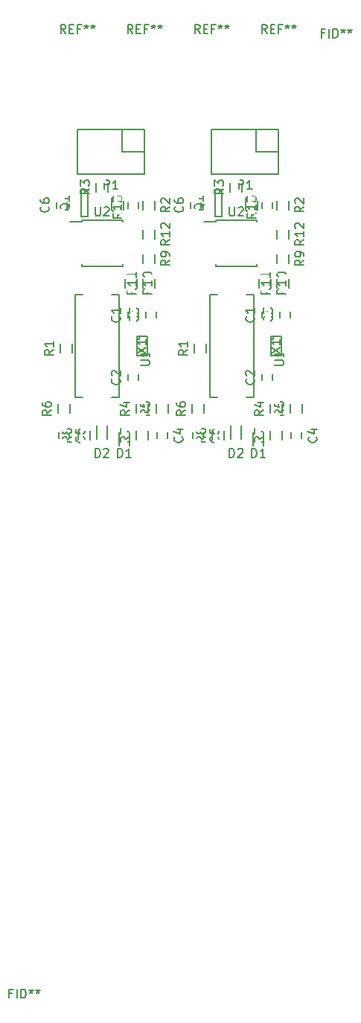
<source format=gbr>
G04 #@! TF.FileFunction,Legend,Top*
%FSLAX46Y46*%
G04 Gerber Fmt 4.6, Leading zero omitted, Abs format (unit mm)*
G04 Created by KiCad (PCBNEW (2015-04-12 BZR 5595)-product) date Mon 20 Apr 2015 09:24:05 PM EEST*
%MOMM*%
G01*
G04 APERTURE LIST*
%ADD10C,0.100000*%
%ADD11C,0.150000*%
%ADD12C,2.000000*%
%ADD13R,0.900000X0.500000*%
%ADD14R,0.750000X0.800000*%
%ADD15R,0.700000X0.600000*%
%ADD16R,1.727200X1.727200*%
%ADD17O,1.727200X1.727200*%
%ADD18R,2.100580X5.600700*%
%ADD19R,0.660400X0.406400*%
%ADD20R,0.914400X0.914400*%
%ADD21R,1.450000X0.450000*%
G04 APERTURE END LIST*
D10*
D11*
X117258400Y-61531286D02*
X117258400Y-62531286D01*
X115908400Y-62531286D02*
X115908400Y-61531286D01*
X125894400Y-68389286D02*
X125894400Y-69389286D01*
X124544400Y-69389286D02*
X124544400Y-68389286D01*
X128180400Y-68389286D02*
X128180400Y-69389286D01*
X126830400Y-69389286D02*
X126830400Y-68389286D01*
X117004400Y-68389286D02*
X117004400Y-69389286D01*
X115654400Y-69389286D02*
X115654400Y-68389286D01*
X125894400Y-71437286D02*
X125894400Y-72437286D01*
X124544400Y-72437286D02*
X124544400Y-71437286D01*
X119290400Y-71437286D02*
X119290400Y-72437286D01*
X117940400Y-72437286D02*
X117940400Y-71437286D01*
X123302400Y-55110000D02*
X123302400Y-54110000D01*
X124652400Y-54110000D02*
X124652400Y-55110000D01*
X126684400Y-54110000D02*
X126684400Y-55110000D01*
X125334400Y-55110000D02*
X125334400Y-54110000D01*
X123603400Y-58571286D02*
X123603400Y-57871286D01*
X124803400Y-57871286D02*
X124803400Y-58571286D01*
X125635400Y-58571286D02*
X125635400Y-57871286D01*
X126835400Y-57871286D02*
X126835400Y-58571286D01*
X123603400Y-65683286D02*
X123603400Y-64983286D01*
X124803400Y-64983286D02*
X124803400Y-65683286D01*
X128105400Y-71587286D02*
X128105400Y-72287286D01*
X126905400Y-72287286D02*
X126905400Y-71587286D01*
X116929400Y-71587286D02*
X116929400Y-72287286D01*
X115729400Y-72287286D02*
X115729400Y-71587286D01*
X121247400Y-72337286D02*
X121247400Y-70787286D01*
X120047400Y-72337286D02*
X120047400Y-70787286D01*
X122587400Y-71537286D02*
X122587400Y-73087286D01*
X123787400Y-71537286D02*
X123787400Y-73087286D01*
X125501400Y-39624000D02*
X122961400Y-39624000D01*
X122961400Y-39624000D02*
X122961400Y-37084000D01*
X125501400Y-37084000D02*
X117881400Y-37084000D01*
X117881400Y-37084000D02*
X117881400Y-42164000D01*
X117881400Y-42164000D02*
X122961400Y-42164000D01*
X125501400Y-37084000D02*
X125501400Y-39624000D01*
X125501400Y-42164000D02*
X125501400Y-39624000D01*
X122961400Y-42164000D02*
X125501400Y-42164000D01*
X117640040Y-55927666D02*
X117640040Y-67626906D01*
X122638760Y-67626906D02*
X122638760Y-55927666D01*
X117640040Y-67626906D02*
X118488400Y-67626906D01*
X122638760Y-67626906D02*
X121790400Y-67626906D01*
X117640040Y-55927666D02*
X118488400Y-55927666D01*
X122638760Y-55927666D02*
X121790400Y-55927666D01*
X124919400Y-60677286D02*
X124919400Y-60977286D01*
X124919400Y-60977286D02*
X124619400Y-60977286D01*
X124619400Y-62877286D02*
X125819400Y-62877286D01*
X125819400Y-60677286D02*
X124619400Y-60677286D01*
X124619400Y-60677286D02*
X124619400Y-62877286D01*
X125819400Y-62877286D02*
X125819400Y-60677286D01*
X125334400Y-52316000D02*
X125334400Y-51316000D01*
X126684400Y-51316000D02*
X126684400Y-52316000D01*
X121778400Y-46220000D02*
X121778400Y-45220000D01*
X123128400Y-45220000D02*
X123128400Y-46220000D01*
X125334400Y-46220000D02*
X125334400Y-45220000D01*
X126684400Y-45220000D02*
X126684400Y-46220000D01*
X125334400Y-49522000D02*
X125334400Y-48522000D01*
X126684400Y-48522000D02*
X126684400Y-49522000D01*
X118262400Y-46990000D02*
X118262400Y-43942000D01*
X118262400Y-43942000D02*
X119024400Y-43942000D01*
X119024400Y-43942000D02*
X119024400Y-46990000D01*
X119024400Y-46990000D02*
X118262400Y-46990000D01*
X115503400Y-46070000D02*
X115503400Y-45370000D01*
X116703400Y-45370000D02*
X116703400Y-46070000D01*
X123631400Y-46070000D02*
X123631400Y-45370000D01*
X124831400Y-45370000D02*
X124831400Y-46070000D01*
X121350400Y-43188000D02*
X121350400Y-44188000D01*
X120000400Y-44188000D02*
X120000400Y-43188000D01*
X118350400Y-47413000D02*
X118350400Y-47638000D01*
X123000400Y-47413000D02*
X123000400Y-47638000D01*
X123000400Y-52663000D02*
X123000400Y-52438000D01*
X118350400Y-52663000D02*
X118350400Y-52438000D01*
X118350400Y-47413000D02*
X123000400Y-47413000D01*
X118350400Y-52663000D02*
X123000400Y-52663000D01*
X118350400Y-47638000D02*
X117000400Y-47638000D01*
X103085000Y-47413000D02*
X103085000Y-47638000D01*
X107735000Y-47413000D02*
X107735000Y-47638000D01*
X107735000Y-52663000D02*
X107735000Y-52438000D01*
X103085000Y-52663000D02*
X103085000Y-52438000D01*
X103085000Y-47413000D02*
X107735000Y-47413000D01*
X103085000Y-52663000D02*
X107735000Y-52663000D01*
X103085000Y-47638000D02*
X101735000Y-47638000D01*
X106085000Y-43188000D02*
X106085000Y-44188000D01*
X104735000Y-44188000D02*
X104735000Y-43188000D01*
X108366000Y-46070000D02*
X108366000Y-45370000D01*
X109566000Y-45370000D02*
X109566000Y-46070000D01*
X100238000Y-46070000D02*
X100238000Y-45370000D01*
X101438000Y-45370000D02*
X101438000Y-46070000D01*
X102997000Y-46990000D02*
X102997000Y-43942000D01*
X102997000Y-43942000D02*
X103759000Y-43942000D01*
X103759000Y-43942000D02*
X103759000Y-46990000D01*
X103759000Y-46990000D02*
X102997000Y-46990000D01*
X110069000Y-49522000D02*
X110069000Y-48522000D01*
X111419000Y-48522000D02*
X111419000Y-49522000D01*
X110069000Y-46220000D02*
X110069000Y-45220000D01*
X111419000Y-45220000D02*
X111419000Y-46220000D01*
X106513000Y-46220000D02*
X106513000Y-45220000D01*
X107863000Y-45220000D02*
X107863000Y-46220000D01*
X110069000Y-52316000D02*
X110069000Y-51316000D01*
X111419000Y-51316000D02*
X111419000Y-52316000D01*
X109654000Y-60677286D02*
X109654000Y-60977286D01*
X109654000Y-60977286D02*
X109354000Y-60977286D01*
X109354000Y-62877286D02*
X110554000Y-62877286D01*
X110554000Y-60677286D02*
X109354000Y-60677286D01*
X109354000Y-60677286D02*
X109354000Y-62877286D01*
X110554000Y-62877286D02*
X110554000Y-60677286D01*
X102374640Y-55927666D02*
X102374640Y-67626906D01*
X107373360Y-67626906D02*
X107373360Y-55927666D01*
X102374640Y-67626906D02*
X103223000Y-67626906D01*
X107373360Y-67626906D02*
X106525000Y-67626906D01*
X102374640Y-55927666D02*
X103223000Y-55927666D01*
X107373360Y-55927666D02*
X106525000Y-55927666D01*
X110236000Y-39624000D02*
X107696000Y-39624000D01*
X107696000Y-39624000D02*
X107696000Y-37084000D01*
X110236000Y-37084000D02*
X102616000Y-37084000D01*
X102616000Y-37084000D02*
X102616000Y-42164000D01*
X102616000Y-42164000D02*
X107696000Y-42164000D01*
X110236000Y-37084000D02*
X110236000Y-39624000D01*
X110236000Y-42164000D02*
X110236000Y-39624000D01*
X107696000Y-42164000D02*
X110236000Y-42164000D01*
X107322000Y-71537286D02*
X107322000Y-73087286D01*
X108522000Y-71537286D02*
X108522000Y-73087286D01*
X105982000Y-72337286D02*
X105982000Y-70787286D01*
X104782000Y-72337286D02*
X104782000Y-70787286D01*
X101664000Y-71587286D02*
X101664000Y-72287286D01*
X100464000Y-72287286D02*
X100464000Y-71587286D01*
X112840000Y-71587286D02*
X112840000Y-72287286D01*
X111640000Y-72287286D02*
X111640000Y-71587286D01*
X108338000Y-65683286D02*
X108338000Y-64983286D01*
X109538000Y-64983286D02*
X109538000Y-65683286D01*
X110370000Y-58571286D02*
X110370000Y-57871286D01*
X111570000Y-57871286D02*
X111570000Y-58571286D01*
X108338000Y-58571286D02*
X108338000Y-57871286D01*
X109538000Y-57871286D02*
X109538000Y-58571286D01*
X111419000Y-54110000D02*
X111419000Y-55110000D01*
X110069000Y-55110000D02*
X110069000Y-54110000D01*
X108037000Y-55110000D02*
X108037000Y-54110000D01*
X109387000Y-54110000D02*
X109387000Y-55110000D01*
X104025000Y-71437286D02*
X104025000Y-72437286D01*
X102675000Y-72437286D02*
X102675000Y-71437286D01*
X110629000Y-71437286D02*
X110629000Y-72437286D01*
X109279000Y-72437286D02*
X109279000Y-71437286D01*
X101739000Y-68389286D02*
X101739000Y-69389286D01*
X100389000Y-69389286D02*
X100389000Y-68389286D01*
X112915000Y-68389286D02*
X112915000Y-69389286D01*
X111565000Y-69389286D02*
X111565000Y-68389286D01*
X110629000Y-68389286D02*
X110629000Y-69389286D01*
X109279000Y-69389286D02*
X109279000Y-68389286D01*
X101993000Y-61531286D02*
X101993000Y-62531286D01*
X100643000Y-62531286D02*
X100643000Y-61531286D01*
X130689838Y-26138831D02*
X130356504Y-26138831D01*
X130356504Y-26662641D02*
X130356504Y-25662641D01*
X130832695Y-25662641D01*
X131213647Y-26662641D02*
X131213647Y-25662641D01*
X131689837Y-26662641D02*
X131689837Y-25662641D01*
X131927932Y-25662641D01*
X132070790Y-25710260D01*
X132166028Y-25805498D01*
X132213647Y-25900736D01*
X132261266Y-26091212D01*
X132261266Y-26234070D01*
X132213647Y-26424546D01*
X132166028Y-26519784D01*
X132070790Y-26615022D01*
X131927932Y-26662641D01*
X131689837Y-26662641D01*
X132832694Y-25662641D02*
X132832694Y-25900736D01*
X132594599Y-25805498D02*
X132832694Y-25900736D01*
X133070790Y-25805498D01*
X132689837Y-26091212D02*
X132832694Y-25900736D01*
X132975552Y-26091212D01*
X133594599Y-25662641D02*
X133594599Y-25900736D01*
X133356504Y-25805498D02*
X133594599Y-25900736D01*
X133832695Y-25805498D01*
X133451742Y-26091212D02*
X133594599Y-25900736D01*
X133737457Y-26091212D01*
X95193338Y-135422331D02*
X94860004Y-135422331D01*
X94860004Y-135946141D02*
X94860004Y-134946141D01*
X95336195Y-134946141D01*
X95717147Y-135946141D02*
X95717147Y-134946141D01*
X96193337Y-135946141D02*
X96193337Y-134946141D01*
X96431432Y-134946141D01*
X96574290Y-134993760D01*
X96669528Y-135088998D01*
X96717147Y-135184236D01*
X96764766Y-135374712D01*
X96764766Y-135517570D01*
X96717147Y-135708046D01*
X96669528Y-135803284D01*
X96574290Y-135898522D01*
X96431432Y-135946141D01*
X96193337Y-135946141D01*
X97336194Y-134946141D02*
X97336194Y-135184236D01*
X97098099Y-135088998D02*
X97336194Y-135184236D01*
X97574290Y-135088998D01*
X97193337Y-135374712D02*
X97336194Y-135184236D01*
X97479052Y-135374712D01*
X98098099Y-134946141D02*
X98098099Y-135184236D01*
X97860004Y-135088998D02*
X98098099Y-135184236D01*
X98336195Y-135088998D01*
X97955242Y-135374712D02*
X98098099Y-135184236D01*
X98240957Y-135374712D01*
X115135781Y-62197952D02*
X114659590Y-62531286D01*
X115135781Y-62769381D02*
X114135781Y-62769381D01*
X114135781Y-62388428D01*
X114183400Y-62293190D01*
X114231019Y-62245571D01*
X114326257Y-62197952D01*
X114469114Y-62197952D01*
X114564352Y-62245571D01*
X114611971Y-62293190D01*
X114659590Y-62388428D01*
X114659590Y-62769381D01*
X115135781Y-61245571D02*
X115135781Y-61817000D01*
X115135781Y-61531286D02*
X114135781Y-61531286D01*
X114278638Y-61626524D01*
X114373876Y-61721762D01*
X114421495Y-61817000D01*
X123771781Y-69055952D02*
X123295590Y-69389286D01*
X123771781Y-69627381D02*
X122771781Y-69627381D01*
X122771781Y-69246428D01*
X122819400Y-69151190D01*
X122867019Y-69103571D01*
X122962257Y-69055952D01*
X123105114Y-69055952D01*
X123200352Y-69103571D01*
X123247971Y-69151190D01*
X123295590Y-69246428D01*
X123295590Y-69627381D01*
X123105114Y-68198809D02*
X123771781Y-68198809D01*
X122724162Y-68436905D02*
X123438448Y-68675000D01*
X123438448Y-68055952D01*
X126057781Y-69055952D02*
X125581590Y-69389286D01*
X126057781Y-69627381D02*
X125057781Y-69627381D01*
X125057781Y-69246428D01*
X125105400Y-69151190D01*
X125153019Y-69103571D01*
X125248257Y-69055952D01*
X125391114Y-69055952D01*
X125486352Y-69103571D01*
X125533971Y-69151190D01*
X125581590Y-69246428D01*
X125581590Y-69627381D01*
X125057781Y-68151190D02*
X125057781Y-68627381D01*
X125533971Y-68675000D01*
X125486352Y-68627381D01*
X125438733Y-68532143D01*
X125438733Y-68294047D01*
X125486352Y-68198809D01*
X125533971Y-68151190D01*
X125629210Y-68103571D01*
X125867305Y-68103571D01*
X125962543Y-68151190D01*
X126010162Y-68198809D01*
X126057781Y-68294047D01*
X126057781Y-68532143D01*
X126010162Y-68627381D01*
X125962543Y-68675000D01*
X114881781Y-69055952D02*
X114405590Y-69389286D01*
X114881781Y-69627381D02*
X113881781Y-69627381D01*
X113881781Y-69246428D01*
X113929400Y-69151190D01*
X113977019Y-69103571D01*
X114072257Y-69055952D01*
X114215114Y-69055952D01*
X114310352Y-69103571D01*
X114357971Y-69151190D01*
X114405590Y-69246428D01*
X114405590Y-69627381D01*
X113881781Y-68198809D02*
X113881781Y-68389286D01*
X113929400Y-68484524D01*
X113977019Y-68532143D01*
X114119876Y-68627381D01*
X114310352Y-68675000D01*
X114691305Y-68675000D01*
X114786543Y-68627381D01*
X114834162Y-68579762D01*
X114881781Y-68484524D01*
X114881781Y-68294047D01*
X114834162Y-68198809D01*
X114786543Y-68151190D01*
X114691305Y-68103571D01*
X114453210Y-68103571D01*
X114357971Y-68151190D01*
X114310352Y-68198809D01*
X114262733Y-68294047D01*
X114262733Y-68484524D01*
X114310352Y-68579762D01*
X114357971Y-68627381D01*
X114453210Y-68675000D01*
X123771781Y-72103952D02*
X123295590Y-72437286D01*
X123771781Y-72675381D02*
X122771781Y-72675381D01*
X122771781Y-72294428D01*
X122819400Y-72199190D01*
X122867019Y-72151571D01*
X122962257Y-72103952D01*
X123105114Y-72103952D01*
X123200352Y-72151571D01*
X123247971Y-72199190D01*
X123295590Y-72294428D01*
X123295590Y-72675381D01*
X122771781Y-71770619D02*
X122771781Y-71103952D01*
X123771781Y-71532524D01*
X117167781Y-72103952D02*
X116691590Y-72437286D01*
X117167781Y-72675381D02*
X116167781Y-72675381D01*
X116167781Y-72294428D01*
X116215400Y-72199190D01*
X116263019Y-72151571D01*
X116358257Y-72103952D01*
X116501114Y-72103952D01*
X116596352Y-72151571D01*
X116643971Y-72199190D01*
X116691590Y-72294428D01*
X116691590Y-72675381D01*
X116596352Y-71532524D02*
X116548733Y-71627762D01*
X116501114Y-71675381D01*
X116405876Y-71723000D01*
X116358257Y-71723000D01*
X116263019Y-71675381D01*
X116215400Y-71627762D01*
X116167781Y-71532524D01*
X116167781Y-71342047D01*
X116215400Y-71246809D01*
X116263019Y-71199190D01*
X116358257Y-71151571D01*
X116405876Y-71151571D01*
X116501114Y-71199190D01*
X116548733Y-71246809D01*
X116596352Y-71342047D01*
X116596352Y-71532524D01*
X116643971Y-71627762D01*
X116691590Y-71675381D01*
X116786829Y-71723000D01*
X116977305Y-71723000D01*
X117072543Y-71675381D01*
X117120162Y-71627762D01*
X117167781Y-71532524D01*
X117167781Y-71342047D01*
X117120162Y-71246809D01*
X117072543Y-71199190D01*
X116977305Y-71151571D01*
X116786829Y-71151571D01*
X116691590Y-71199190D01*
X116643971Y-71246809D01*
X116596352Y-71342047D01*
X126329781Y-55252857D02*
X125853590Y-55586191D01*
X126329781Y-55824286D02*
X125329781Y-55824286D01*
X125329781Y-55443333D01*
X125377400Y-55348095D01*
X125425019Y-55300476D01*
X125520257Y-55252857D01*
X125663114Y-55252857D01*
X125758352Y-55300476D01*
X125805971Y-55348095D01*
X125853590Y-55443333D01*
X125853590Y-55824286D01*
X126329781Y-54300476D02*
X126329781Y-54871905D01*
X126329781Y-54586191D02*
X125329781Y-54586191D01*
X125472638Y-54681429D01*
X125567876Y-54776667D01*
X125615495Y-54871905D01*
X125329781Y-53681429D02*
X125329781Y-53586190D01*
X125377400Y-53490952D01*
X125425019Y-53443333D01*
X125520257Y-53395714D01*
X125710733Y-53348095D01*
X125948829Y-53348095D01*
X126139305Y-53395714D01*
X126234543Y-53443333D01*
X126282162Y-53490952D01*
X126329781Y-53586190D01*
X126329781Y-53681429D01*
X126282162Y-53776667D01*
X126234543Y-53824286D01*
X126139305Y-53871905D01*
X125948829Y-53919524D01*
X125710733Y-53919524D01*
X125520257Y-53871905D01*
X125425019Y-53824286D01*
X125377400Y-53776667D01*
X125329781Y-53681429D01*
X124561781Y-55252857D02*
X124085590Y-55586191D01*
X124561781Y-55824286D02*
X123561781Y-55824286D01*
X123561781Y-55443333D01*
X123609400Y-55348095D01*
X123657019Y-55300476D01*
X123752257Y-55252857D01*
X123895114Y-55252857D01*
X123990352Y-55300476D01*
X124037971Y-55348095D01*
X124085590Y-55443333D01*
X124085590Y-55824286D01*
X124561781Y-54300476D02*
X124561781Y-54871905D01*
X124561781Y-54586191D02*
X123561781Y-54586191D01*
X123704638Y-54681429D01*
X123799876Y-54776667D01*
X123847495Y-54871905D01*
X124561781Y-53348095D02*
X124561781Y-53919524D01*
X124561781Y-53633810D02*
X123561781Y-53633810D01*
X123704638Y-53729048D01*
X123799876Y-53824286D01*
X123847495Y-53919524D01*
X122660543Y-58387952D02*
X122708162Y-58435571D01*
X122755781Y-58578428D01*
X122755781Y-58673666D01*
X122708162Y-58816524D01*
X122612924Y-58911762D01*
X122517686Y-58959381D01*
X122327210Y-59007000D01*
X122184352Y-59007000D01*
X121993876Y-58959381D01*
X121898638Y-58911762D01*
X121803400Y-58816524D01*
X121755781Y-58673666D01*
X121755781Y-58578428D01*
X121803400Y-58435571D01*
X121851019Y-58387952D01*
X122755781Y-57435571D02*
X122755781Y-58007000D01*
X122755781Y-57721286D02*
X121755781Y-57721286D01*
X121898638Y-57816524D01*
X121993876Y-57911762D01*
X122041495Y-58007000D01*
X124692543Y-58387952D02*
X124740162Y-58435571D01*
X124787781Y-58578428D01*
X124787781Y-58673666D01*
X124740162Y-58816524D01*
X124644924Y-58911762D01*
X124549686Y-58959381D01*
X124359210Y-59007000D01*
X124216352Y-59007000D01*
X124025876Y-58959381D01*
X123930638Y-58911762D01*
X123835400Y-58816524D01*
X123787781Y-58673666D01*
X123787781Y-58578428D01*
X123835400Y-58435571D01*
X123883019Y-58387952D01*
X123787781Y-58054619D02*
X123787781Y-57435571D01*
X124168733Y-57768905D01*
X124168733Y-57626047D01*
X124216352Y-57530809D01*
X124263971Y-57483190D01*
X124359210Y-57435571D01*
X124597305Y-57435571D01*
X124692543Y-57483190D01*
X124740162Y-57530809D01*
X124787781Y-57626047D01*
X124787781Y-57911762D01*
X124740162Y-58007000D01*
X124692543Y-58054619D01*
X122660543Y-65499952D02*
X122708162Y-65547571D01*
X122755781Y-65690428D01*
X122755781Y-65785666D01*
X122708162Y-65928524D01*
X122612924Y-66023762D01*
X122517686Y-66071381D01*
X122327210Y-66119000D01*
X122184352Y-66119000D01*
X121993876Y-66071381D01*
X121898638Y-66023762D01*
X121803400Y-65928524D01*
X121755781Y-65785666D01*
X121755781Y-65690428D01*
X121803400Y-65547571D01*
X121851019Y-65499952D01*
X121851019Y-65119000D02*
X121803400Y-65071381D01*
X121755781Y-64976143D01*
X121755781Y-64738047D01*
X121803400Y-64642809D01*
X121851019Y-64595190D01*
X121946257Y-64547571D01*
X122041495Y-64547571D01*
X122184352Y-64595190D01*
X122755781Y-65166619D01*
X122755781Y-64547571D01*
X129762543Y-72103952D02*
X129810162Y-72151571D01*
X129857781Y-72294428D01*
X129857781Y-72389666D01*
X129810162Y-72532524D01*
X129714924Y-72627762D01*
X129619686Y-72675381D01*
X129429210Y-72723000D01*
X129286352Y-72723000D01*
X129095876Y-72675381D01*
X129000638Y-72627762D01*
X128905400Y-72532524D01*
X128857781Y-72389666D01*
X128857781Y-72294428D01*
X128905400Y-72151571D01*
X128953019Y-72103952D01*
X129191114Y-71246809D02*
X129857781Y-71246809D01*
X128810162Y-71484905D02*
X129524448Y-71723000D01*
X129524448Y-71103952D01*
X118586543Y-72103952D02*
X118634162Y-72151571D01*
X118681781Y-72294428D01*
X118681781Y-72389666D01*
X118634162Y-72532524D01*
X118538924Y-72627762D01*
X118443686Y-72675381D01*
X118253210Y-72723000D01*
X118110352Y-72723000D01*
X117919876Y-72675381D01*
X117824638Y-72627762D01*
X117729400Y-72532524D01*
X117681781Y-72389666D01*
X117681781Y-72294428D01*
X117729400Y-72151571D01*
X117777019Y-72103952D01*
X117681781Y-71199190D02*
X117681781Y-71675381D01*
X118157971Y-71723000D01*
X118110352Y-71675381D01*
X118062733Y-71580143D01*
X118062733Y-71342047D01*
X118110352Y-71246809D01*
X118157971Y-71199190D01*
X118253210Y-71151571D01*
X118491305Y-71151571D01*
X118586543Y-71199190D01*
X118634162Y-71246809D01*
X118681781Y-71342047D01*
X118681781Y-71580143D01*
X118634162Y-71675381D01*
X118586543Y-71723000D01*
X119909305Y-74421667D02*
X119909305Y-73421667D01*
X120147400Y-73421667D01*
X120290258Y-73469286D01*
X120385496Y-73564524D01*
X120433115Y-73659762D01*
X120480734Y-73850238D01*
X120480734Y-73993096D01*
X120433115Y-74183572D01*
X120385496Y-74278810D01*
X120290258Y-74374048D01*
X120147400Y-74421667D01*
X119909305Y-74421667D01*
X120861686Y-73516905D02*
X120909305Y-73469286D01*
X121004543Y-73421667D01*
X121242639Y-73421667D01*
X121337877Y-73469286D01*
X121385496Y-73516905D01*
X121433115Y-73612143D01*
X121433115Y-73707381D01*
X121385496Y-73850238D01*
X120814067Y-74421667D01*
X121433115Y-74421667D01*
X122449305Y-74421667D02*
X122449305Y-73421667D01*
X122687400Y-73421667D01*
X122830258Y-73469286D01*
X122925496Y-73564524D01*
X122973115Y-73659762D01*
X123020734Y-73850238D01*
X123020734Y-73993096D01*
X122973115Y-74183572D01*
X122925496Y-74278810D01*
X122830258Y-74374048D01*
X122687400Y-74421667D01*
X122449305Y-74421667D01*
X123973115Y-74421667D02*
X123401686Y-74421667D01*
X123687400Y-74421667D02*
X123687400Y-73421667D01*
X123592162Y-73564524D01*
X123496924Y-73659762D01*
X123401686Y-73707381D01*
X120953305Y-43886381D02*
X120953305Y-42886381D01*
X121334258Y-42886381D01*
X121429496Y-42934000D01*
X121477115Y-42981619D01*
X121524734Y-43076857D01*
X121524734Y-43219714D01*
X121477115Y-43314952D01*
X121429496Y-43362571D01*
X121334258Y-43410190D01*
X120953305Y-43410190D01*
X122477115Y-43886381D02*
X121905686Y-43886381D01*
X122191400Y-43886381D02*
X122191400Y-42886381D01*
X122096162Y-43029238D01*
X122000924Y-43124476D01*
X121905686Y-43172095D01*
X124671781Y-62586810D02*
X125671781Y-61920143D01*
X124671781Y-61920143D02*
X125671781Y-62586810D01*
X125671781Y-61015381D02*
X125671781Y-61586810D01*
X125671781Y-61301096D02*
X124671781Y-61301096D01*
X124814638Y-61396334D01*
X124909876Y-61491572D01*
X124957495Y-61586810D01*
X125071781Y-63939191D02*
X125881305Y-63939191D01*
X125976543Y-63891572D01*
X126024162Y-63843953D01*
X126071781Y-63748715D01*
X126071781Y-63558238D01*
X126024162Y-63463000D01*
X125976543Y-63415381D01*
X125881305Y-63367762D01*
X125071781Y-63367762D01*
X126071781Y-62367762D02*
X126071781Y-62939191D01*
X126071781Y-62653477D02*
X125071781Y-62653477D01*
X125214638Y-62748715D01*
X125309876Y-62843953D01*
X125357495Y-62939191D01*
X128361781Y-51982666D02*
X127885590Y-52316000D01*
X128361781Y-52554095D02*
X127361781Y-52554095D01*
X127361781Y-52173142D01*
X127409400Y-52077904D01*
X127457019Y-52030285D01*
X127552257Y-51982666D01*
X127695114Y-51982666D01*
X127790352Y-52030285D01*
X127837971Y-52077904D01*
X127885590Y-52173142D01*
X127885590Y-52554095D01*
X128361781Y-51506476D02*
X128361781Y-51316000D01*
X128314162Y-51220761D01*
X128266543Y-51173142D01*
X128123686Y-51077904D01*
X127933210Y-51030285D01*
X127552257Y-51030285D01*
X127457019Y-51077904D01*
X127409400Y-51125523D01*
X127361781Y-51220761D01*
X127361781Y-51411238D01*
X127409400Y-51506476D01*
X127457019Y-51554095D01*
X127552257Y-51601714D01*
X127790352Y-51601714D01*
X127885590Y-51554095D01*
X127933210Y-51506476D01*
X127980829Y-51411238D01*
X127980829Y-51220761D01*
X127933210Y-51125523D01*
X127885590Y-51077904D01*
X127790352Y-51030285D01*
X122905781Y-46616857D02*
X122429590Y-46950191D01*
X122905781Y-47188286D02*
X121905781Y-47188286D01*
X121905781Y-46807333D01*
X121953400Y-46712095D01*
X122001019Y-46664476D01*
X122096257Y-46616857D01*
X122239114Y-46616857D01*
X122334352Y-46664476D01*
X122381971Y-46712095D01*
X122429590Y-46807333D01*
X122429590Y-47188286D01*
X122905781Y-45664476D02*
X122905781Y-46235905D01*
X122905781Y-45950191D02*
X121905781Y-45950191D01*
X122048638Y-46045429D01*
X122143876Y-46140667D01*
X122191495Y-46235905D01*
X121905781Y-45331143D02*
X121905781Y-44712095D01*
X122286733Y-45045429D01*
X122286733Y-44902571D01*
X122334352Y-44807333D01*
X122381971Y-44759714D01*
X122477210Y-44712095D01*
X122715305Y-44712095D01*
X122810543Y-44759714D01*
X122858162Y-44807333D01*
X122905781Y-44902571D01*
X122905781Y-45188286D01*
X122858162Y-45283524D01*
X122810543Y-45331143D01*
X128361781Y-45886666D02*
X127885590Y-46220000D01*
X128361781Y-46458095D02*
X127361781Y-46458095D01*
X127361781Y-46077142D01*
X127409400Y-45981904D01*
X127457019Y-45934285D01*
X127552257Y-45886666D01*
X127695114Y-45886666D01*
X127790352Y-45934285D01*
X127837971Y-45981904D01*
X127885590Y-46077142D01*
X127885590Y-46458095D01*
X127457019Y-45505714D02*
X127409400Y-45458095D01*
X127361781Y-45362857D01*
X127361781Y-45124761D01*
X127409400Y-45029523D01*
X127457019Y-44981904D01*
X127552257Y-44934285D01*
X127647495Y-44934285D01*
X127790352Y-44981904D01*
X128361781Y-45553333D01*
X128361781Y-44934285D01*
X128361781Y-49664857D02*
X127885590Y-49998191D01*
X128361781Y-50236286D02*
X127361781Y-50236286D01*
X127361781Y-49855333D01*
X127409400Y-49760095D01*
X127457019Y-49712476D01*
X127552257Y-49664857D01*
X127695114Y-49664857D01*
X127790352Y-49712476D01*
X127837971Y-49760095D01*
X127885590Y-49855333D01*
X127885590Y-50236286D01*
X128361781Y-48712476D02*
X128361781Y-49283905D01*
X128361781Y-48998191D02*
X127361781Y-48998191D01*
X127504638Y-49093429D01*
X127599876Y-49188667D01*
X127647495Y-49283905D01*
X127457019Y-48331524D02*
X127409400Y-48283905D01*
X127361781Y-48188667D01*
X127361781Y-47950571D01*
X127409400Y-47855333D01*
X127457019Y-47807714D01*
X127552257Y-47760095D01*
X127647495Y-47760095D01*
X127790352Y-47807714D01*
X128361781Y-48379143D01*
X128361781Y-47760095D01*
X117032019Y-45561238D02*
X116984400Y-45656476D01*
X116889162Y-45751714D01*
X116746305Y-45894571D01*
X116698686Y-45989810D01*
X116698686Y-46085048D01*
X116936781Y-46037429D02*
X116889162Y-46132667D01*
X116793924Y-46227905D01*
X116603448Y-46275524D01*
X116270114Y-46275524D01*
X116079638Y-46227905D01*
X115984400Y-46132667D01*
X115936781Y-46037429D01*
X115936781Y-45846952D01*
X115984400Y-45751714D01*
X116079638Y-45656476D01*
X116270114Y-45608857D01*
X116603448Y-45608857D01*
X116793924Y-45656476D01*
X116889162Y-45751714D01*
X116936781Y-45846952D01*
X116936781Y-46037429D01*
X116936781Y-44656476D02*
X116936781Y-45227905D01*
X116936781Y-44942191D02*
X115936781Y-44942191D01*
X116079638Y-45037429D01*
X116174876Y-45132667D01*
X116222495Y-45227905D01*
X114560543Y-45886666D02*
X114608162Y-45934285D01*
X114655781Y-46077142D01*
X114655781Y-46172380D01*
X114608162Y-46315238D01*
X114512924Y-46410476D01*
X114417686Y-46458095D01*
X114227210Y-46505714D01*
X114084352Y-46505714D01*
X113893876Y-46458095D01*
X113798638Y-46410476D01*
X113703400Y-46315238D01*
X113655781Y-46172380D01*
X113655781Y-46077142D01*
X113703400Y-45934285D01*
X113751019Y-45886666D01*
X113655781Y-45029523D02*
X113655781Y-45220000D01*
X113703400Y-45315238D01*
X113751019Y-45362857D01*
X113893876Y-45458095D01*
X114084352Y-45505714D01*
X114465305Y-45505714D01*
X114560543Y-45458095D01*
X114608162Y-45410476D01*
X114655781Y-45315238D01*
X114655781Y-45124761D01*
X114608162Y-45029523D01*
X114560543Y-44981904D01*
X114465305Y-44934285D01*
X114227210Y-44934285D01*
X114131971Y-44981904D01*
X114084352Y-45029523D01*
X114036733Y-45124761D01*
X114036733Y-45315238D01*
X114084352Y-45410476D01*
X114131971Y-45458095D01*
X114227210Y-45505714D01*
X122688543Y-45886666D02*
X122736162Y-45934285D01*
X122783781Y-46077142D01*
X122783781Y-46172380D01*
X122736162Y-46315238D01*
X122640924Y-46410476D01*
X122545686Y-46458095D01*
X122355210Y-46505714D01*
X122212352Y-46505714D01*
X122021876Y-46458095D01*
X121926638Y-46410476D01*
X121831400Y-46315238D01*
X121783781Y-46172380D01*
X121783781Y-46077142D01*
X121831400Y-45934285D01*
X121879019Y-45886666D01*
X121783781Y-45553333D02*
X121783781Y-44886666D01*
X122783781Y-45315238D01*
X119227781Y-43854666D02*
X118751590Y-44188000D01*
X119227781Y-44426095D02*
X118227781Y-44426095D01*
X118227781Y-44045142D01*
X118275400Y-43949904D01*
X118323019Y-43902285D01*
X118418257Y-43854666D01*
X118561114Y-43854666D01*
X118656352Y-43902285D01*
X118703971Y-43949904D01*
X118751590Y-44045142D01*
X118751590Y-44426095D01*
X118227781Y-43521333D02*
X118227781Y-42902285D01*
X118608733Y-43235619D01*
X118608733Y-43092761D01*
X118656352Y-42997523D01*
X118703971Y-42949904D01*
X118799210Y-42902285D01*
X119037305Y-42902285D01*
X119132543Y-42949904D01*
X119180162Y-42997523D01*
X119227781Y-43092761D01*
X119227781Y-43378476D01*
X119180162Y-43473714D01*
X119132543Y-43521333D01*
X124168067Y-26169881D02*
X123834733Y-25693690D01*
X123596638Y-26169881D02*
X123596638Y-25169881D01*
X123977591Y-25169881D01*
X124072829Y-25217500D01*
X124120448Y-25265119D01*
X124168067Y-25360357D01*
X124168067Y-25503214D01*
X124120448Y-25598452D01*
X124072829Y-25646071D01*
X123977591Y-25693690D01*
X123596638Y-25693690D01*
X124596638Y-25646071D02*
X124929972Y-25646071D01*
X125072829Y-26169881D02*
X124596638Y-26169881D01*
X124596638Y-25169881D01*
X125072829Y-25169881D01*
X125834734Y-25646071D02*
X125501400Y-25646071D01*
X125501400Y-26169881D02*
X125501400Y-25169881D01*
X125977591Y-25169881D01*
X126501400Y-25169881D02*
X126501400Y-25407976D01*
X126263305Y-25312738D02*
X126501400Y-25407976D01*
X126739496Y-25312738D01*
X126358543Y-25598452D02*
X126501400Y-25407976D01*
X126644258Y-25598452D01*
X127263305Y-25169881D02*
X127263305Y-25407976D01*
X127025210Y-25312738D02*
X127263305Y-25407976D01*
X127501401Y-25312738D01*
X127120448Y-25598452D02*
X127263305Y-25407976D01*
X127406163Y-25598452D01*
X116548067Y-26169881D02*
X116214733Y-25693690D01*
X115976638Y-26169881D02*
X115976638Y-25169881D01*
X116357591Y-25169881D01*
X116452829Y-25217500D01*
X116500448Y-25265119D01*
X116548067Y-25360357D01*
X116548067Y-25503214D01*
X116500448Y-25598452D01*
X116452829Y-25646071D01*
X116357591Y-25693690D01*
X115976638Y-25693690D01*
X116976638Y-25646071D02*
X117309972Y-25646071D01*
X117452829Y-26169881D02*
X116976638Y-26169881D01*
X116976638Y-25169881D01*
X117452829Y-25169881D01*
X118214734Y-25646071D02*
X117881400Y-25646071D01*
X117881400Y-26169881D02*
X117881400Y-25169881D01*
X118357591Y-25169881D01*
X118881400Y-25169881D02*
X118881400Y-25407976D01*
X118643305Y-25312738D02*
X118881400Y-25407976D01*
X119119496Y-25312738D01*
X118738543Y-25598452D02*
X118881400Y-25407976D01*
X119024258Y-25598452D01*
X119643305Y-25169881D02*
X119643305Y-25407976D01*
X119405210Y-25312738D02*
X119643305Y-25407976D01*
X119881401Y-25312738D01*
X119500448Y-25598452D02*
X119643305Y-25407976D01*
X119786163Y-25598452D01*
X119913495Y-45940381D02*
X119913495Y-46749905D01*
X119961114Y-46845143D01*
X120008733Y-46892762D01*
X120103971Y-46940381D01*
X120294448Y-46940381D01*
X120389686Y-46892762D01*
X120437305Y-46845143D01*
X120484924Y-46749905D01*
X120484924Y-45940381D01*
X120913495Y-46035619D02*
X120961114Y-45988000D01*
X121056352Y-45940381D01*
X121294448Y-45940381D01*
X121389686Y-45988000D01*
X121437305Y-46035619D01*
X121484924Y-46130857D01*
X121484924Y-46226095D01*
X121437305Y-46368952D01*
X120865876Y-46940381D01*
X121484924Y-46940381D01*
X104648095Y-45940381D02*
X104648095Y-46749905D01*
X104695714Y-46845143D01*
X104743333Y-46892762D01*
X104838571Y-46940381D01*
X105029048Y-46940381D01*
X105124286Y-46892762D01*
X105171905Y-46845143D01*
X105219524Y-46749905D01*
X105219524Y-45940381D01*
X105648095Y-46035619D02*
X105695714Y-45988000D01*
X105790952Y-45940381D01*
X106029048Y-45940381D01*
X106124286Y-45988000D01*
X106171905Y-46035619D01*
X106219524Y-46130857D01*
X106219524Y-46226095D01*
X106171905Y-46368952D01*
X105600476Y-46940381D01*
X106219524Y-46940381D01*
X101282667Y-26169881D02*
X100949333Y-25693690D01*
X100711238Y-26169881D02*
X100711238Y-25169881D01*
X101092191Y-25169881D01*
X101187429Y-25217500D01*
X101235048Y-25265119D01*
X101282667Y-25360357D01*
X101282667Y-25503214D01*
X101235048Y-25598452D01*
X101187429Y-25646071D01*
X101092191Y-25693690D01*
X100711238Y-25693690D01*
X101711238Y-25646071D02*
X102044572Y-25646071D01*
X102187429Y-26169881D02*
X101711238Y-26169881D01*
X101711238Y-25169881D01*
X102187429Y-25169881D01*
X102949334Y-25646071D02*
X102616000Y-25646071D01*
X102616000Y-26169881D02*
X102616000Y-25169881D01*
X103092191Y-25169881D01*
X103616000Y-25169881D02*
X103616000Y-25407976D01*
X103377905Y-25312738D02*
X103616000Y-25407976D01*
X103854096Y-25312738D01*
X103473143Y-25598452D02*
X103616000Y-25407976D01*
X103758858Y-25598452D01*
X104377905Y-25169881D02*
X104377905Y-25407976D01*
X104139810Y-25312738D02*
X104377905Y-25407976D01*
X104616001Y-25312738D01*
X104235048Y-25598452D02*
X104377905Y-25407976D01*
X104520763Y-25598452D01*
X108902667Y-26169881D02*
X108569333Y-25693690D01*
X108331238Y-26169881D02*
X108331238Y-25169881D01*
X108712191Y-25169881D01*
X108807429Y-25217500D01*
X108855048Y-25265119D01*
X108902667Y-25360357D01*
X108902667Y-25503214D01*
X108855048Y-25598452D01*
X108807429Y-25646071D01*
X108712191Y-25693690D01*
X108331238Y-25693690D01*
X109331238Y-25646071D02*
X109664572Y-25646071D01*
X109807429Y-26169881D02*
X109331238Y-26169881D01*
X109331238Y-25169881D01*
X109807429Y-25169881D01*
X110569334Y-25646071D02*
X110236000Y-25646071D01*
X110236000Y-26169881D02*
X110236000Y-25169881D01*
X110712191Y-25169881D01*
X111236000Y-25169881D02*
X111236000Y-25407976D01*
X110997905Y-25312738D02*
X111236000Y-25407976D01*
X111474096Y-25312738D01*
X111093143Y-25598452D02*
X111236000Y-25407976D01*
X111378858Y-25598452D01*
X111997905Y-25169881D02*
X111997905Y-25407976D01*
X111759810Y-25312738D02*
X111997905Y-25407976D01*
X112236001Y-25312738D01*
X111855048Y-25598452D02*
X111997905Y-25407976D01*
X112140763Y-25598452D01*
X103962381Y-43854666D02*
X103486190Y-44188000D01*
X103962381Y-44426095D02*
X102962381Y-44426095D01*
X102962381Y-44045142D01*
X103010000Y-43949904D01*
X103057619Y-43902285D01*
X103152857Y-43854666D01*
X103295714Y-43854666D01*
X103390952Y-43902285D01*
X103438571Y-43949904D01*
X103486190Y-44045142D01*
X103486190Y-44426095D01*
X102962381Y-43521333D02*
X102962381Y-42902285D01*
X103343333Y-43235619D01*
X103343333Y-43092761D01*
X103390952Y-42997523D01*
X103438571Y-42949904D01*
X103533810Y-42902285D01*
X103771905Y-42902285D01*
X103867143Y-42949904D01*
X103914762Y-42997523D01*
X103962381Y-43092761D01*
X103962381Y-43378476D01*
X103914762Y-43473714D01*
X103867143Y-43521333D01*
X107423143Y-45886666D02*
X107470762Y-45934285D01*
X107518381Y-46077142D01*
X107518381Y-46172380D01*
X107470762Y-46315238D01*
X107375524Y-46410476D01*
X107280286Y-46458095D01*
X107089810Y-46505714D01*
X106946952Y-46505714D01*
X106756476Y-46458095D01*
X106661238Y-46410476D01*
X106566000Y-46315238D01*
X106518381Y-46172380D01*
X106518381Y-46077142D01*
X106566000Y-45934285D01*
X106613619Y-45886666D01*
X106518381Y-45553333D02*
X106518381Y-44886666D01*
X107518381Y-45315238D01*
X99295143Y-45886666D02*
X99342762Y-45934285D01*
X99390381Y-46077142D01*
X99390381Y-46172380D01*
X99342762Y-46315238D01*
X99247524Y-46410476D01*
X99152286Y-46458095D01*
X98961810Y-46505714D01*
X98818952Y-46505714D01*
X98628476Y-46458095D01*
X98533238Y-46410476D01*
X98438000Y-46315238D01*
X98390381Y-46172380D01*
X98390381Y-46077142D01*
X98438000Y-45934285D01*
X98485619Y-45886666D01*
X98390381Y-45029523D02*
X98390381Y-45220000D01*
X98438000Y-45315238D01*
X98485619Y-45362857D01*
X98628476Y-45458095D01*
X98818952Y-45505714D01*
X99199905Y-45505714D01*
X99295143Y-45458095D01*
X99342762Y-45410476D01*
X99390381Y-45315238D01*
X99390381Y-45124761D01*
X99342762Y-45029523D01*
X99295143Y-44981904D01*
X99199905Y-44934285D01*
X98961810Y-44934285D01*
X98866571Y-44981904D01*
X98818952Y-45029523D01*
X98771333Y-45124761D01*
X98771333Y-45315238D01*
X98818952Y-45410476D01*
X98866571Y-45458095D01*
X98961810Y-45505714D01*
X101766619Y-45561238D02*
X101719000Y-45656476D01*
X101623762Y-45751714D01*
X101480905Y-45894571D01*
X101433286Y-45989810D01*
X101433286Y-46085048D01*
X101671381Y-46037429D02*
X101623762Y-46132667D01*
X101528524Y-46227905D01*
X101338048Y-46275524D01*
X101004714Y-46275524D01*
X100814238Y-46227905D01*
X100719000Y-46132667D01*
X100671381Y-46037429D01*
X100671381Y-45846952D01*
X100719000Y-45751714D01*
X100814238Y-45656476D01*
X101004714Y-45608857D01*
X101338048Y-45608857D01*
X101528524Y-45656476D01*
X101623762Y-45751714D01*
X101671381Y-45846952D01*
X101671381Y-46037429D01*
X101671381Y-44656476D02*
X101671381Y-45227905D01*
X101671381Y-44942191D02*
X100671381Y-44942191D01*
X100814238Y-45037429D01*
X100909476Y-45132667D01*
X100957095Y-45227905D01*
X113096381Y-49664857D02*
X112620190Y-49998191D01*
X113096381Y-50236286D02*
X112096381Y-50236286D01*
X112096381Y-49855333D01*
X112144000Y-49760095D01*
X112191619Y-49712476D01*
X112286857Y-49664857D01*
X112429714Y-49664857D01*
X112524952Y-49712476D01*
X112572571Y-49760095D01*
X112620190Y-49855333D01*
X112620190Y-50236286D01*
X113096381Y-48712476D02*
X113096381Y-49283905D01*
X113096381Y-48998191D02*
X112096381Y-48998191D01*
X112239238Y-49093429D01*
X112334476Y-49188667D01*
X112382095Y-49283905D01*
X112191619Y-48331524D02*
X112144000Y-48283905D01*
X112096381Y-48188667D01*
X112096381Y-47950571D01*
X112144000Y-47855333D01*
X112191619Y-47807714D01*
X112286857Y-47760095D01*
X112382095Y-47760095D01*
X112524952Y-47807714D01*
X113096381Y-48379143D01*
X113096381Y-47760095D01*
X113096381Y-45886666D02*
X112620190Y-46220000D01*
X113096381Y-46458095D02*
X112096381Y-46458095D01*
X112096381Y-46077142D01*
X112144000Y-45981904D01*
X112191619Y-45934285D01*
X112286857Y-45886666D01*
X112429714Y-45886666D01*
X112524952Y-45934285D01*
X112572571Y-45981904D01*
X112620190Y-46077142D01*
X112620190Y-46458095D01*
X112191619Y-45505714D02*
X112144000Y-45458095D01*
X112096381Y-45362857D01*
X112096381Y-45124761D01*
X112144000Y-45029523D01*
X112191619Y-44981904D01*
X112286857Y-44934285D01*
X112382095Y-44934285D01*
X112524952Y-44981904D01*
X113096381Y-45553333D01*
X113096381Y-44934285D01*
X107640381Y-46616857D02*
X107164190Y-46950191D01*
X107640381Y-47188286D02*
X106640381Y-47188286D01*
X106640381Y-46807333D01*
X106688000Y-46712095D01*
X106735619Y-46664476D01*
X106830857Y-46616857D01*
X106973714Y-46616857D01*
X107068952Y-46664476D01*
X107116571Y-46712095D01*
X107164190Y-46807333D01*
X107164190Y-47188286D01*
X107640381Y-45664476D02*
X107640381Y-46235905D01*
X107640381Y-45950191D02*
X106640381Y-45950191D01*
X106783238Y-46045429D01*
X106878476Y-46140667D01*
X106926095Y-46235905D01*
X106640381Y-45331143D02*
X106640381Y-44712095D01*
X107021333Y-45045429D01*
X107021333Y-44902571D01*
X107068952Y-44807333D01*
X107116571Y-44759714D01*
X107211810Y-44712095D01*
X107449905Y-44712095D01*
X107545143Y-44759714D01*
X107592762Y-44807333D01*
X107640381Y-44902571D01*
X107640381Y-45188286D01*
X107592762Y-45283524D01*
X107545143Y-45331143D01*
X113096381Y-51982666D02*
X112620190Y-52316000D01*
X113096381Y-52554095D02*
X112096381Y-52554095D01*
X112096381Y-52173142D01*
X112144000Y-52077904D01*
X112191619Y-52030285D01*
X112286857Y-51982666D01*
X112429714Y-51982666D01*
X112524952Y-52030285D01*
X112572571Y-52077904D01*
X112620190Y-52173142D01*
X112620190Y-52554095D01*
X113096381Y-51506476D02*
X113096381Y-51316000D01*
X113048762Y-51220761D01*
X113001143Y-51173142D01*
X112858286Y-51077904D01*
X112667810Y-51030285D01*
X112286857Y-51030285D01*
X112191619Y-51077904D01*
X112144000Y-51125523D01*
X112096381Y-51220761D01*
X112096381Y-51411238D01*
X112144000Y-51506476D01*
X112191619Y-51554095D01*
X112286857Y-51601714D01*
X112524952Y-51601714D01*
X112620190Y-51554095D01*
X112667810Y-51506476D01*
X112715429Y-51411238D01*
X112715429Y-51220761D01*
X112667810Y-51125523D01*
X112620190Y-51077904D01*
X112524952Y-51030285D01*
X109806381Y-63939191D02*
X110615905Y-63939191D01*
X110711143Y-63891572D01*
X110758762Y-63843953D01*
X110806381Y-63748715D01*
X110806381Y-63558238D01*
X110758762Y-63463000D01*
X110711143Y-63415381D01*
X110615905Y-63367762D01*
X109806381Y-63367762D01*
X110806381Y-62367762D02*
X110806381Y-62939191D01*
X110806381Y-62653477D02*
X109806381Y-62653477D01*
X109949238Y-62748715D01*
X110044476Y-62843953D01*
X110092095Y-62939191D01*
X109406381Y-62586810D02*
X110406381Y-61920143D01*
X109406381Y-61920143D02*
X110406381Y-62586810D01*
X110406381Y-61015381D02*
X110406381Y-61586810D01*
X110406381Y-61301096D02*
X109406381Y-61301096D01*
X109549238Y-61396334D01*
X109644476Y-61491572D01*
X109692095Y-61586810D01*
X105687905Y-43886381D02*
X105687905Y-42886381D01*
X106068858Y-42886381D01*
X106164096Y-42934000D01*
X106211715Y-42981619D01*
X106259334Y-43076857D01*
X106259334Y-43219714D01*
X106211715Y-43314952D01*
X106164096Y-43362571D01*
X106068858Y-43410190D01*
X105687905Y-43410190D01*
X107211715Y-43886381D02*
X106640286Y-43886381D01*
X106926000Y-43886381D02*
X106926000Y-42886381D01*
X106830762Y-43029238D01*
X106735524Y-43124476D01*
X106640286Y-43172095D01*
X107183905Y-74421667D02*
X107183905Y-73421667D01*
X107422000Y-73421667D01*
X107564858Y-73469286D01*
X107660096Y-73564524D01*
X107707715Y-73659762D01*
X107755334Y-73850238D01*
X107755334Y-73993096D01*
X107707715Y-74183572D01*
X107660096Y-74278810D01*
X107564858Y-74374048D01*
X107422000Y-74421667D01*
X107183905Y-74421667D01*
X108707715Y-74421667D02*
X108136286Y-74421667D01*
X108422000Y-74421667D02*
X108422000Y-73421667D01*
X108326762Y-73564524D01*
X108231524Y-73659762D01*
X108136286Y-73707381D01*
X104643905Y-74421667D02*
X104643905Y-73421667D01*
X104882000Y-73421667D01*
X105024858Y-73469286D01*
X105120096Y-73564524D01*
X105167715Y-73659762D01*
X105215334Y-73850238D01*
X105215334Y-73993096D01*
X105167715Y-74183572D01*
X105120096Y-74278810D01*
X105024858Y-74374048D01*
X104882000Y-74421667D01*
X104643905Y-74421667D01*
X105596286Y-73516905D02*
X105643905Y-73469286D01*
X105739143Y-73421667D01*
X105977239Y-73421667D01*
X106072477Y-73469286D01*
X106120096Y-73516905D01*
X106167715Y-73612143D01*
X106167715Y-73707381D01*
X106120096Y-73850238D01*
X105548667Y-74421667D01*
X106167715Y-74421667D01*
X103321143Y-72103952D02*
X103368762Y-72151571D01*
X103416381Y-72294428D01*
X103416381Y-72389666D01*
X103368762Y-72532524D01*
X103273524Y-72627762D01*
X103178286Y-72675381D01*
X102987810Y-72723000D01*
X102844952Y-72723000D01*
X102654476Y-72675381D01*
X102559238Y-72627762D01*
X102464000Y-72532524D01*
X102416381Y-72389666D01*
X102416381Y-72294428D01*
X102464000Y-72151571D01*
X102511619Y-72103952D01*
X102416381Y-71199190D02*
X102416381Y-71675381D01*
X102892571Y-71723000D01*
X102844952Y-71675381D01*
X102797333Y-71580143D01*
X102797333Y-71342047D01*
X102844952Y-71246809D01*
X102892571Y-71199190D01*
X102987810Y-71151571D01*
X103225905Y-71151571D01*
X103321143Y-71199190D01*
X103368762Y-71246809D01*
X103416381Y-71342047D01*
X103416381Y-71580143D01*
X103368762Y-71675381D01*
X103321143Y-71723000D01*
X114497143Y-72103952D02*
X114544762Y-72151571D01*
X114592381Y-72294428D01*
X114592381Y-72389666D01*
X114544762Y-72532524D01*
X114449524Y-72627762D01*
X114354286Y-72675381D01*
X114163810Y-72723000D01*
X114020952Y-72723000D01*
X113830476Y-72675381D01*
X113735238Y-72627762D01*
X113640000Y-72532524D01*
X113592381Y-72389666D01*
X113592381Y-72294428D01*
X113640000Y-72151571D01*
X113687619Y-72103952D01*
X113925714Y-71246809D02*
X114592381Y-71246809D01*
X113544762Y-71484905D02*
X114259048Y-71723000D01*
X114259048Y-71103952D01*
X107395143Y-65499952D02*
X107442762Y-65547571D01*
X107490381Y-65690428D01*
X107490381Y-65785666D01*
X107442762Y-65928524D01*
X107347524Y-66023762D01*
X107252286Y-66071381D01*
X107061810Y-66119000D01*
X106918952Y-66119000D01*
X106728476Y-66071381D01*
X106633238Y-66023762D01*
X106538000Y-65928524D01*
X106490381Y-65785666D01*
X106490381Y-65690428D01*
X106538000Y-65547571D01*
X106585619Y-65499952D01*
X106585619Y-65119000D02*
X106538000Y-65071381D01*
X106490381Y-64976143D01*
X106490381Y-64738047D01*
X106538000Y-64642809D01*
X106585619Y-64595190D01*
X106680857Y-64547571D01*
X106776095Y-64547571D01*
X106918952Y-64595190D01*
X107490381Y-65166619D01*
X107490381Y-64547571D01*
X109427143Y-58387952D02*
X109474762Y-58435571D01*
X109522381Y-58578428D01*
X109522381Y-58673666D01*
X109474762Y-58816524D01*
X109379524Y-58911762D01*
X109284286Y-58959381D01*
X109093810Y-59007000D01*
X108950952Y-59007000D01*
X108760476Y-58959381D01*
X108665238Y-58911762D01*
X108570000Y-58816524D01*
X108522381Y-58673666D01*
X108522381Y-58578428D01*
X108570000Y-58435571D01*
X108617619Y-58387952D01*
X108522381Y-58054619D02*
X108522381Y-57435571D01*
X108903333Y-57768905D01*
X108903333Y-57626047D01*
X108950952Y-57530809D01*
X108998571Y-57483190D01*
X109093810Y-57435571D01*
X109331905Y-57435571D01*
X109427143Y-57483190D01*
X109474762Y-57530809D01*
X109522381Y-57626047D01*
X109522381Y-57911762D01*
X109474762Y-58007000D01*
X109427143Y-58054619D01*
X107395143Y-58387952D02*
X107442762Y-58435571D01*
X107490381Y-58578428D01*
X107490381Y-58673666D01*
X107442762Y-58816524D01*
X107347524Y-58911762D01*
X107252286Y-58959381D01*
X107061810Y-59007000D01*
X106918952Y-59007000D01*
X106728476Y-58959381D01*
X106633238Y-58911762D01*
X106538000Y-58816524D01*
X106490381Y-58673666D01*
X106490381Y-58578428D01*
X106538000Y-58435571D01*
X106585619Y-58387952D01*
X107490381Y-57435571D02*
X107490381Y-58007000D01*
X107490381Y-57721286D02*
X106490381Y-57721286D01*
X106633238Y-57816524D01*
X106728476Y-57911762D01*
X106776095Y-58007000D01*
X109296381Y-55252857D02*
X108820190Y-55586191D01*
X109296381Y-55824286D02*
X108296381Y-55824286D01*
X108296381Y-55443333D01*
X108344000Y-55348095D01*
X108391619Y-55300476D01*
X108486857Y-55252857D01*
X108629714Y-55252857D01*
X108724952Y-55300476D01*
X108772571Y-55348095D01*
X108820190Y-55443333D01*
X108820190Y-55824286D01*
X109296381Y-54300476D02*
X109296381Y-54871905D01*
X109296381Y-54586191D02*
X108296381Y-54586191D01*
X108439238Y-54681429D01*
X108534476Y-54776667D01*
X108582095Y-54871905D01*
X109296381Y-53348095D02*
X109296381Y-53919524D01*
X109296381Y-53633810D02*
X108296381Y-53633810D01*
X108439238Y-53729048D01*
X108534476Y-53824286D01*
X108582095Y-53919524D01*
X111064381Y-55252857D02*
X110588190Y-55586191D01*
X111064381Y-55824286D02*
X110064381Y-55824286D01*
X110064381Y-55443333D01*
X110112000Y-55348095D01*
X110159619Y-55300476D01*
X110254857Y-55252857D01*
X110397714Y-55252857D01*
X110492952Y-55300476D01*
X110540571Y-55348095D01*
X110588190Y-55443333D01*
X110588190Y-55824286D01*
X111064381Y-54300476D02*
X111064381Y-54871905D01*
X111064381Y-54586191D02*
X110064381Y-54586191D01*
X110207238Y-54681429D01*
X110302476Y-54776667D01*
X110350095Y-54871905D01*
X110064381Y-53681429D02*
X110064381Y-53586190D01*
X110112000Y-53490952D01*
X110159619Y-53443333D01*
X110254857Y-53395714D01*
X110445333Y-53348095D01*
X110683429Y-53348095D01*
X110873905Y-53395714D01*
X110969143Y-53443333D01*
X111016762Y-53490952D01*
X111064381Y-53586190D01*
X111064381Y-53681429D01*
X111016762Y-53776667D01*
X110969143Y-53824286D01*
X110873905Y-53871905D01*
X110683429Y-53919524D01*
X110445333Y-53919524D01*
X110254857Y-53871905D01*
X110159619Y-53824286D01*
X110112000Y-53776667D01*
X110064381Y-53681429D01*
X101902381Y-72103952D02*
X101426190Y-72437286D01*
X101902381Y-72675381D02*
X100902381Y-72675381D01*
X100902381Y-72294428D01*
X100950000Y-72199190D01*
X100997619Y-72151571D01*
X101092857Y-72103952D01*
X101235714Y-72103952D01*
X101330952Y-72151571D01*
X101378571Y-72199190D01*
X101426190Y-72294428D01*
X101426190Y-72675381D01*
X101330952Y-71532524D02*
X101283333Y-71627762D01*
X101235714Y-71675381D01*
X101140476Y-71723000D01*
X101092857Y-71723000D01*
X100997619Y-71675381D01*
X100950000Y-71627762D01*
X100902381Y-71532524D01*
X100902381Y-71342047D01*
X100950000Y-71246809D01*
X100997619Y-71199190D01*
X101092857Y-71151571D01*
X101140476Y-71151571D01*
X101235714Y-71199190D01*
X101283333Y-71246809D01*
X101330952Y-71342047D01*
X101330952Y-71532524D01*
X101378571Y-71627762D01*
X101426190Y-71675381D01*
X101521429Y-71723000D01*
X101711905Y-71723000D01*
X101807143Y-71675381D01*
X101854762Y-71627762D01*
X101902381Y-71532524D01*
X101902381Y-71342047D01*
X101854762Y-71246809D01*
X101807143Y-71199190D01*
X101711905Y-71151571D01*
X101521429Y-71151571D01*
X101426190Y-71199190D01*
X101378571Y-71246809D01*
X101330952Y-71342047D01*
X108506381Y-72103952D02*
X108030190Y-72437286D01*
X108506381Y-72675381D02*
X107506381Y-72675381D01*
X107506381Y-72294428D01*
X107554000Y-72199190D01*
X107601619Y-72151571D01*
X107696857Y-72103952D01*
X107839714Y-72103952D01*
X107934952Y-72151571D01*
X107982571Y-72199190D01*
X108030190Y-72294428D01*
X108030190Y-72675381D01*
X107506381Y-71770619D02*
X107506381Y-71103952D01*
X108506381Y-71532524D01*
X99616381Y-69055952D02*
X99140190Y-69389286D01*
X99616381Y-69627381D02*
X98616381Y-69627381D01*
X98616381Y-69246428D01*
X98664000Y-69151190D01*
X98711619Y-69103571D01*
X98806857Y-69055952D01*
X98949714Y-69055952D01*
X99044952Y-69103571D01*
X99092571Y-69151190D01*
X99140190Y-69246428D01*
X99140190Y-69627381D01*
X98616381Y-68198809D02*
X98616381Y-68389286D01*
X98664000Y-68484524D01*
X98711619Y-68532143D01*
X98854476Y-68627381D01*
X99044952Y-68675000D01*
X99425905Y-68675000D01*
X99521143Y-68627381D01*
X99568762Y-68579762D01*
X99616381Y-68484524D01*
X99616381Y-68294047D01*
X99568762Y-68198809D01*
X99521143Y-68151190D01*
X99425905Y-68103571D01*
X99187810Y-68103571D01*
X99092571Y-68151190D01*
X99044952Y-68198809D01*
X98997333Y-68294047D01*
X98997333Y-68484524D01*
X99044952Y-68579762D01*
X99092571Y-68627381D01*
X99187810Y-68675000D01*
X110792381Y-69055952D02*
X110316190Y-69389286D01*
X110792381Y-69627381D02*
X109792381Y-69627381D01*
X109792381Y-69246428D01*
X109840000Y-69151190D01*
X109887619Y-69103571D01*
X109982857Y-69055952D01*
X110125714Y-69055952D01*
X110220952Y-69103571D01*
X110268571Y-69151190D01*
X110316190Y-69246428D01*
X110316190Y-69627381D01*
X109792381Y-68151190D02*
X109792381Y-68627381D01*
X110268571Y-68675000D01*
X110220952Y-68627381D01*
X110173333Y-68532143D01*
X110173333Y-68294047D01*
X110220952Y-68198809D01*
X110268571Y-68151190D01*
X110363810Y-68103571D01*
X110601905Y-68103571D01*
X110697143Y-68151190D01*
X110744762Y-68198809D01*
X110792381Y-68294047D01*
X110792381Y-68532143D01*
X110744762Y-68627381D01*
X110697143Y-68675000D01*
X108506381Y-69055952D02*
X108030190Y-69389286D01*
X108506381Y-69627381D02*
X107506381Y-69627381D01*
X107506381Y-69246428D01*
X107554000Y-69151190D01*
X107601619Y-69103571D01*
X107696857Y-69055952D01*
X107839714Y-69055952D01*
X107934952Y-69103571D01*
X107982571Y-69151190D01*
X108030190Y-69246428D01*
X108030190Y-69627381D01*
X107839714Y-68198809D02*
X108506381Y-68198809D01*
X107458762Y-68436905D02*
X108173048Y-68675000D01*
X108173048Y-68055952D01*
X99870381Y-62197952D02*
X99394190Y-62531286D01*
X99870381Y-62769381D02*
X98870381Y-62769381D01*
X98870381Y-62388428D01*
X98918000Y-62293190D01*
X98965619Y-62245571D01*
X99060857Y-62197952D01*
X99203714Y-62197952D01*
X99298952Y-62245571D01*
X99346571Y-62293190D01*
X99394190Y-62388428D01*
X99394190Y-62769381D01*
X99870381Y-61245571D02*
X99870381Y-61817000D01*
X99870381Y-61531286D02*
X98870381Y-61531286D01*
X99013238Y-61626524D01*
X99108476Y-61721762D01*
X99156095Y-61817000D01*
%LPC*%
D12*
X132016500Y-30480000D03*
X96520000Y-139763500D03*
D13*
X116583400Y-62781286D03*
X116583400Y-61281286D03*
X125219400Y-69639286D03*
X125219400Y-68139286D03*
X127505400Y-69639286D03*
X127505400Y-68139286D03*
X116329400Y-69639286D03*
X116329400Y-68139286D03*
X125219400Y-72687286D03*
X125219400Y-71187286D03*
X118615400Y-72687286D03*
X118615400Y-71187286D03*
X123977400Y-53860000D03*
X123977400Y-55360000D03*
X126009400Y-55360000D03*
X126009400Y-53860000D03*
D14*
X124203400Y-58971286D03*
X124203400Y-57471286D03*
X126235400Y-58971286D03*
X126235400Y-57471286D03*
X124203400Y-66083286D03*
X124203400Y-64583286D03*
X127505400Y-71187286D03*
X127505400Y-72687286D03*
X116329400Y-71187286D03*
X116329400Y-72687286D03*
D15*
X120647400Y-72637286D03*
X120647400Y-71237286D03*
X123187400Y-71237286D03*
X123187400Y-72637286D03*
D16*
X124231400Y-38354000D03*
D17*
X124231400Y-40894000D03*
X121691400Y-38354000D03*
X121691400Y-40894000D03*
X119151400Y-38354000D03*
X119151400Y-40894000D03*
D18*
X120139400Y-56928426D03*
X120139400Y-66626146D03*
D19*
X124203400Y-61116886D03*
X124203400Y-62437686D03*
X124203400Y-61777286D03*
X126235400Y-62437686D03*
X126235400Y-61116886D03*
X126235400Y-61777286D03*
D13*
X126009400Y-51066000D03*
X126009400Y-52566000D03*
X122453400Y-44970000D03*
X122453400Y-46470000D03*
X126009400Y-44970000D03*
X126009400Y-46470000D03*
X126009400Y-48272000D03*
X126009400Y-49772000D03*
D20*
X117627400Y-46355000D03*
X117627400Y-44577000D03*
X119659400Y-45466000D03*
D14*
X116103400Y-46470000D03*
X116103400Y-44970000D03*
X124231400Y-46470000D03*
X124231400Y-44970000D03*
D13*
X120675400Y-44438000D03*
X120675400Y-42938000D03*
D21*
X117725400Y-48088000D03*
X117725400Y-48738000D03*
X117725400Y-49388000D03*
X117725400Y-50038000D03*
X117725400Y-50688000D03*
X117725400Y-51338000D03*
X117725400Y-51988000D03*
X123625400Y-51988000D03*
X123625400Y-51338000D03*
X123625400Y-50688000D03*
X123625400Y-50038000D03*
X123625400Y-49388000D03*
X123625400Y-48738000D03*
X123625400Y-48088000D03*
X102460000Y-48088000D03*
X102460000Y-48738000D03*
X102460000Y-49388000D03*
X102460000Y-50038000D03*
X102460000Y-50688000D03*
X102460000Y-51338000D03*
X102460000Y-51988000D03*
X108360000Y-51988000D03*
X108360000Y-51338000D03*
X108360000Y-50688000D03*
X108360000Y-50038000D03*
X108360000Y-49388000D03*
X108360000Y-48738000D03*
X108360000Y-48088000D03*
D13*
X105410000Y-44438000D03*
X105410000Y-42938000D03*
D14*
X108966000Y-46470000D03*
X108966000Y-44970000D03*
X100838000Y-46470000D03*
X100838000Y-44970000D03*
D20*
X102362000Y-46355000D03*
X102362000Y-44577000D03*
X104394000Y-45466000D03*
D13*
X110744000Y-48272000D03*
X110744000Y-49772000D03*
X110744000Y-44970000D03*
X110744000Y-46470000D03*
X107188000Y-44970000D03*
X107188000Y-46470000D03*
X110744000Y-51066000D03*
X110744000Y-52566000D03*
D19*
X108938000Y-61116886D03*
X108938000Y-62437686D03*
X108938000Y-61777286D03*
X110970000Y-62437686D03*
X110970000Y-61116886D03*
X110970000Y-61777286D03*
D18*
X104874000Y-56928426D03*
X104874000Y-66626146D03*
D16*
X108966000Y-38354000D03*
D17*
X108966000Y-40894000D03*
X106426000Y-38354000D03*
X106426000Y-40894000D03*
X103886000Y-38354000D03*
X103886000Y-40894000D03*
D15*
X107922000Y-71237286D03*
X107922000Y-72637286D03*
X105382000Y-72637286D03*
X105382000Y-71237286D03*
D14*
X101064000Y-71187286D03*
X101064000Y-72687286D03*
X112240000Y-71187286D03*
X112240000Y-72687286D03*
X108938000Y-66083286D03*
X108938000Y-64583286D03*
X110970000Y-58971286D03*
X110970000Y-57471286D03*
X108938000Y-58971286D03*
X108938000Y-57471286D03*
D13*
X110744000Y-55360000D03*
X110744000Y-53860000D03*
X108712000Y-53860000D03*
X108712000Y-55360000D03*
X103350000Y-72687286D03*
X103350000Y-71187286D03*
X109954000Y-72687286D03*
X109954000Y-71187286D03*
X101064000Y-69639286D03*
X101064000Y-68139286D03*
X112240000Y-69639286D03*
X112240000Y-68139286D03*
X109954000Y-69639286D03*
X109954000Y-68139286D03*
X101318000Y-62781286D03*
X101318000Y-61281286D03*
M02*

</source>
